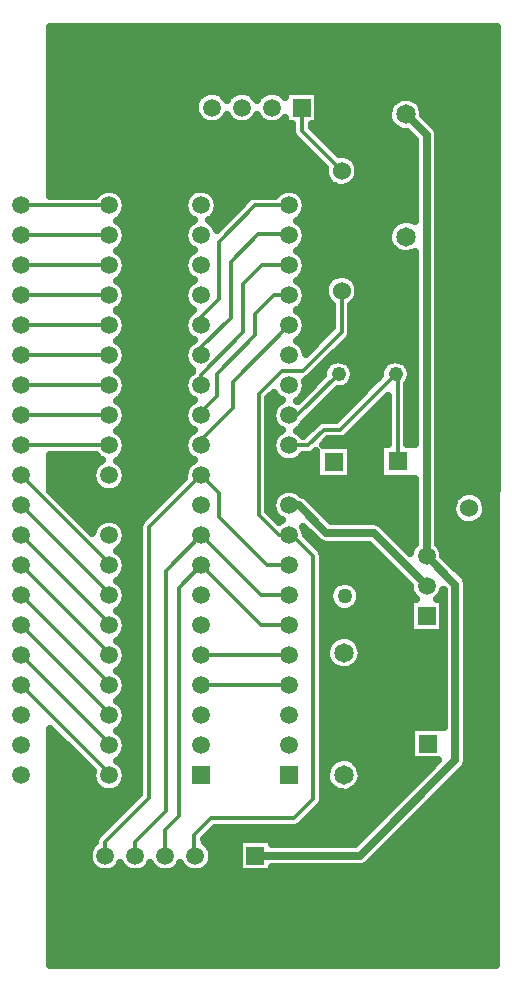
<source format=gtl>
G04 DipTrace 2.3.1.0*
%INLA30KBD.GTL*%
%MOMM*%
%ADD13C,0.33*%
%ADD14C,0.635*%
%ADD15R,1.5X1.5*%
%ADD16C,1.5*%
%ADD17C,1.219*%
%ADD18C,1.65*%
%ADD19C,1.27*%
%ADD20R,1.27X1.27*%
%ADD21R,1.6X1.6*%
%ADD22C,1.6*%
%ADD23C,1.524*%
%ADD24C,1.524*%
%FSLAX53Y53*%
G04*
G71*
G90*
G75*
G01*
%LNTop*%
%LPD*%
X34452Y37370D2*
D13*
X27001D1*
X27000Y37371D1*
X34452Y39910D2*
X27001D1*
X27000Y39911D1*
X34452Y42450D2*
X32081D1*
X27000Y47531D1*
X23978Y22970D2*
Y25125D1*
X25133Y26280D1*
Y45664D1*
X27000Y47531D1*
X34452Y44990D2*
X32081D1*
X27000Y50071D1*
X21438Y22970D2*
Y24146D1*
X24027Y26736D1*
Y47099D1*
X27000Y50071D1*
X34452Y47530D2*
X32565D1*
X28498Y51597D1*
Y53653D1*
X27000Y55151D1*
X18898Y22970D2*
Y24141D1*
X22597Y27841D1*
Y50748D1*
X27000Y55151D1*
X11760Y78011D2*
X19210D1*
X19212Y78010D1*
X11760Y75471D2*
X19210D1*
X19212Y75470D1*
X11760Y72931D2*
X19210D1*
X19212Y72930D1*
X11760Y70391D2*
X19210D1*
X19212Y70390D1*
X11760Y67851D2*
X19210D1*
X19212Y67850D1*
X11760Y65311D2*
X19210D1*
X19212Y65310D1*
X11760Y62771D2*
X19210D1*
X19212Y62770D1*
Y44990D2*
Y45160D1*
X11760Y52611D1*
X19212Y42450D2*
Y42620D1*
X11760Y50071D1*
X19212Y39910D2*
Y40080D1*
X11760Y47531D1*
X19212Y37370D2*
Y37540D1*
X11760Y44991D1*
X19212Y34830D2*
Y35000D1*
X11760Y42451D1*
X19212Y32290D2*
Y32460D1*
X11760Y39911D1*
X19212Y47530D2*
Y47700D1*
X11760Y55151D1*
Y57691D2*
X19210D1*
X19212Y57690D1*
X11760Y60231D2*
X19210D1*
X19212Y60230D1*
X27000Y67851D2*
Y68599D1*
X28498Y70098D1*
Y74931D1*
X31582Y78015D1*
X34447D1*
X34452Y78010D1*
X27000Y65311D2*
Y66016D1*
X29499Y68514D1*
Y73265D1*
X31832Y75598D1*
X34324D1*
X34452Y75470D1*
X27000Y62771D2*
Y63682D1*
X30582Y67264D1*
Y71348D1*
X32165Y72931D1*
X34451D1*
X34452Y72930D1*
X27000Y60231D2*
Y60516D1*
X28332Y61847D1*
Y63764D1*
X31582Y67014D1*
Y68848D1*
X33165Y70431D1*
X34411D1*
X34452Y70390D1*
X27000Y57691D2*
Y58182D1*
X29665Y60847D1*
Y63064D1*
X34452Y67850D1*
X19212Y29750D2*
Y29920D1*
X11760Y37371D1*
X34452Y60230D2*
X35153D1*
X38642Y63719D1*
X34452Y57690D2*
X36048D1*
X37394Y59037D1*
X38785D1*
X43468Y63719D1*
X43635Y56358D2*
Y63552D1*
X43468Y63719D1*
X34452Y55150D2*
X36819D1*
X38224Y53745D1*
X43562D1*
X43635Y53818D1*
X29058Y22970D2*
Y24548D1*
X29554Y25045D1*
X38592D1*
X43924Y30377D1*
Y32680D1*
X46234Y34990D1*
X34452Y52610D2*
D14*
X35273D1*
X37604Y50280D1*
X41607D1*
X46088Y45799D1*
X34452Y50070D2*
D13*
X34729D1*
X36447Y48353D1*
Y27741D1*
X34886Y26180D1*
X27864D1*
X26433Y24750D1*
Y23054D1*
X26518Y22970D1*
X34452Y50070D2*
X33578D1*
X31870Y51778D1*
Y62057D1*
X33849Y64037D1*
X35601D1*
X38893Y67330D1*
Y70772D1*
X31598Y22970D2*
D14*
X40419D1*
X48522Y31072D1*
Y45905D1*
X46088Y48339D1*
Y83976D1*
X44339Y85725D1*
X35518Y86296D2*
D13*
Y84307D1*
X38893Y80932D1*
X14294Y92491D2*
D14*
X51959D1*
X14294Y91859D2*
X51959D1*
X14294Y91228D2*
X51959D1*
X14294Y90596D2*
X51959D1*
X14294Y89964D2*
X51959D1*
X14294Y89333D2*
X51959D1*
X14294Y88701D2*
X51959D1*
X14294Y88069D2*
X51959D1*
X14294Y87438D2*
X26986D1*
X28810D2*
X29526D1*
X31350D2*
X32066D1*
X37005D2*
X51959D1*
X14294Y86806D2*
X26510D1*
X37005D2*
X43238D1*
X45439D2*
X51959D1*
X14294Y86174D2*
X26420D1*
X37005D2*
X42851D1*
X45836D2*
X51959D1*
X14294Y85543D2*
X26629D1*
X37005D2*
X42792D1*
X45984D2*
X51959D1*
X14294Y84911D2*
X27512D1*
X28284D2*
X30052D1*
X30824D2*
X32592D1*
X33364D2*
X34031D1*
X37005D2*
X43020D1*
X46619D2*
X51959D1*
X14294Y84279D2*
X34616D1*
X36797D2*
X43883D1*
X47096D2*
X51959D1*
X14294Y83648D2*
X34933D1*
X37422D2*
X44955D1*
X47145D2*
X51959D1*
X14294Y83016D2*
X35559D1*
X38057D2*
X45034D1*
X47145D2*
X51959D1*
X14294Y82384D2*
X36194D1*
X38692D2*
X45034D1*
X47145D2*
X51959D1*
X14294Y81753D2*
X36829D1*
X40131D2*
X45034D1*
X47145D2*
X51949D1*
X14294Y81121D2*
X37404D1*
X40379D2*
X45034D1*
X47145D2*
X51949D1*
X14294Y80489D2*
X37464D1*
X40319D2*
X45034D1*
X47145D2*
X51949D1*
X14294Y79858D2*
X37880D1*
X39912D2*
X45034D1*
X47145D2*
X51949D1*
X14294Y79226D2*
X18414D1*
X20019D2*
X26192D1*
X27808D2*
X33654D1*
X35259D2*
X45034D1*
X47145D2*
X51949D1*
X20575Y78594D2*
X25637D1*
X28363D2*
X30915D1*
X35815D2*
X45034D1*
X47145D2*
X51949D1*
X20694Y77963D2*
X25518D1*
X28482D2*
X30280D1*
X35934D2*
X45034D1*
X47145D2*
X51949D1*
X20525Y77331D2*
X25686D1*
X28314D2*
X29645D1*
X35765D2*
X45034D1*
X47145D2*
X51949D1*
X19989Y76699D2*
X26222D1*
X27778D2*
X29020D1*
X35229D2*
X43575D1*
X47145D2*
X51949D1*
X20565Y76068D2*
X25647D1*
X35805D2*
X42950D1*
X47145D2*
X51949D1*
X20694Y75436D2*
X25518D1*
X35934D2*
X42782D1*
X47145D2*
X51949D1*
X20535Y74804D2*
X25676D1*
X35775D2*
X42891D1*
X47145D2*
X51949D1*
X19969Y74173D2*
X26242D1*
X35209D2*
X43387D1*
X47145D2*
X51949D1*
X20565Y73541D2*
X25647D1*
X35805D2*
X45034D1*
X47145D2*
X51949D1*
X20694Y72909D2*
X25518D1*
X35934D2*
X45034D1*
X47145D2*
X51949D1*
X20535Y72278D2*
X25676D1*
X35775D2*
X45034D1*
X47145D2*
X51949D1*
X19940Y71646D2*
X26262D1*
X35180D2*
X37692D1*
X40091D2*
X45034D1*
X47145D2*
X51949D1*
X20555Y71014D2*
X25656D1*
X35795D2*
X37414D1*
X40369D2*
X45034D1*
X47145D2*
X51949D1*
X20694Y70383D2*
X25518D1*
X35934D2*
X37454D1*
X40339D2*
X45034D1*
X47145D2*
X51949D1*
X20545Y69751D2*
X25666D1*
X35785D2*
X37821D1*
X39962D2*
X45034D1*
X47145D2*
X51949D1*
X19920Y69119D2*
X26282D1*
X35160D2*
X37989D1*
X39793D2*
X45034D1*
X47145D2*
X51949D1*
X20545Y68488D2*
X25666D1*
X35785D2*
X37989D1*
X39793D2*
X45034D1*
X47145D2*
X51949D1*
X20694Y67856D2*
X25518D1*
X35934D2*
X37989D1*
X39793D2*
X45034D1*
X47145D2*
X51949D1*
X20555Y67224D2*
X25656D1*
X35795D2*
X37543D1*
X39783D2*
X45034D1*
X47145D2*
X51949D1*
X19940Y66593D2*
X26272D1*
X35180D2*
X36908D1*
X39406D2*
X45034D1*
X47145D2*
X51949D1*
X20545Y65961D2*
X25666D1*
X35785D2*
X36273D1*
X38771D2*
X45034D1*
X47145D2*
X51949D1*
X20694Y65329D2*
X25518D1*
X38136D2*
X45034D1*
X47145D2*
X51949D1*
X20555Y64698D2*
X25656D1*
X39535D2*
X42573D1*
X44357D2*
X45034D1*
X47145D2*
X51949D1*
X19969Y64066D2*
X26192D1*
X36876D2*
X37344D1*
X39942D2*
X42166D1*
X47145D2*
X51949D1*
X20535Y63434D2*
X25676D1*
X36241D2*
X37106D1*
X39952D2*
X41938D1*
X47145D2*
X51949D1*
X20694Y62803D2*
X25518D1*
X35934D2*
X36481D1*
X39605D2*
X41303D1*
X44536D2*
X45034D1*
X47145D2*
X51949D1*
X20565Y62171D2*
X25647D1*
X38345D2*
X40668D1*
X44536D2*
X45034D1*
X47145D2*
X51949D1*
X19989Y61539D2*
X26222D1*
X32768D2*
X33673D1*
X37710D2*
X40043D1*
X44536D2*
X45034D1*
X47145D2*
X51949D1*
X20525Y60908D2*
X25686D1*
X32768D2*
X33132D1*
X37075D2*
X39408D1*
X41907D2*
X42732D1*
X44536D2*
X45034D1*
X47145D2*
X51949D1*
X20694Y60276D2*
X25518D1*
X36450D2*
X38773D1*
X41272D2*
X42732D1*
X44536D2*
X45034D1*
X47145D2*
X51949D1*
X20575Y59644D2*
X25637D1*
X32768D2*
X33096D1*
X35815D2*
X36749D1*
X40637D2*
X42732D1*
X44536D2*
X45034D1*
X47145D2*
X51949D1*
X20009Y59013D2*
X26202D1*
X32768D2*
X33654D1*
X35249D2*
X36124D1*
X40011D2*
X42732D1*
X44536D2*
X45034D1*
X47145D2*
X51949D1*
X20515Y58381D2*
X25696D1*
X32768D2*
X33150D1*
X39367D2*
X42732D1*
X44536D2*
X45034D1*
X47145D2*
X51949D1*
X20694Y57749D2*
X25518D1*
X39763D2*
X42097D1*
X47145D2*
X51949D1*
X20575Y57118D2*
X25637D1*
X39763D2*
X42097D1*
X47145D2*
X51949D1*
X14294Y56486D2*
X18394D1*
X20029D2*
X26182D1*
X32768D2*
X33634D1*
X35269D2*
X36690D1*
X39763D2*
X42097D1*
X47145D2*
X51949D1*
X14294Y55854D2*
X17908D1*
X20515D2*
X25696D1*
X32768D2*
X36690D1*
X39763D2*
X42097D1*
X47145D2*
X51949D1*
X14294Y55223D2*
X17729D1*
X20694D2*
X25518D1*
X32768D2*
X36690D1*
X39763D2*
X42097D1*
X47145D2*
X51949D1*
X14294Y54591D2*
X17838D1*
X20584D2*
X25190D1*
X32768D2*
X45034D1*
X47145D2*
X51949D1*
X14294Y53959D2*
X18374D1*
X20059D2*
X24555D1*
X32768D2*
X33931D1*
X34971D2*
X45034D1*
X47145D2*
X51949D1*
X14830Y53328D2*
X23930D1*
X32768D2*
X33167D1*
X36023D2*
X45034D1*
X47145D2*
X48566D1*
X50846D2*
X51949D1*
X15465Y52696D2*
X23295D1*
X36648D2*
X45034D1*
X47145D2*
X48249D1*
X51174D2*
X51949D1*
X16100Y52064D2*
X22660D1*
X37283D2*
X45034D1*
X47145D2*
X48249D1*
X51174D2*
X51949D1*
X16725Y51433D2*
X18741D1*
X19682D2*
X22035D1*
X37918D2*
X45034D1*
X47145D2*
X48566D1*
X50846D2*
X51949D1*
X17360Y50801D2*
X17927D1*
X20495D2*
X21698D1*
X42551D2*
X45034D1*
X47145D2*
X51949D1*
X20694Y50169D2*
X21698D1*
X43186D2*
X45034D1*
X47145D2*
X51949D1*
X20594Y49538D2*
X21698D1*
X36509D2*
X36888D1*
X43812D2*
X45034D1*
X47145D2*
X51949D1*
X20088Y48906D2*
X21698D1*
X37144D2*
X41522D1*
X47453D2*
X51949D1*
X20485Y48274D2*
X21698D1*
X37352D2*
X42147D1*
X47622D2*
X51949D1*
X20694Y47643D2*
X21698D1*
X37352D2*
X42782D1*
X48247D2*
X51949D1*
X20604Y47011D2*
X21698D1*
X37352D2*
X43417D1*
X48882D2*
X51949D1*
X20108Y46379D2*
X21698D1*
X37352D2*
X44042D1*
X49457D2*
X51949D1*
X20475Y45748D2*
X21698D1*
X37352D2*
X38089D1*
X40240D2*
X44597D1*
X49576D2*
X51949D1*
X20694Y45116D2*
X21698D1*
X37352D2*
X37811D1*
X40517D2*
X44776D1*
X49576D2*
X51949D1*
X20604Y44484D2*
X21698D1*
X37352D2*
X37870D1*
X40458D2*
X44597D1*
X49576D2*
X51949D1*
X20128Y43853D2*
X21698D1*
X37352D2*
X38347D1*
X39982D2*
X44597D1*
X49576D2*
X51949D1*
X20475Y43221D2*
X21698D1*
X37352D2*
X44597D1*
X49576D2*
X51949D1*
X20694Y42589D2*
X21698D1*
X37352D2*
X44597D1*
X49576D2*
X51949D1*
X20614Y41958D2*
X21698D1*
X37352D2*
X44597D1*
X49576D2*
X51940D1*
X20148Y41326D2*
X21698D1*
X37352D2*
X38099D1*
X40071D2*
X47465D1*
X49576D2*
X51940D1*
X20465Y40694D2*
X21698D1*
X40547D2*
X47465D1*
X49576D2*
X51940D1*
X20694Y40063D2*
X21698D1*
X40646D2*
X47465D1*
X49576D2*
X51940D1*
X20614Y39431D2*
X21698D1*
X37352D2*
X37712D1*
X40468D2*
X47465D1*
X49576D2*
X51940D1*
X20168Y38799D2*
X21698D1*
X37352D2*
X38366D1*
X39803D2*
X47465D1*
X49576D2*
X51940D1*
X20455Y38168D2*
X21698D1*
X37352D2*
X47465D1*
X49576D2*
X51940D1*
X20684Y37536D2*
X21698D1*
X37352D2*
X47465D1*
X49576D2*
X51940D1*
X20624Y36904D2*
X21698D1*
X37352D2*
X47465D1*
X49576D2*
X51940D1*
X20178Y36273D2*
X21698D1*
X37352D2*
X47465D1*
X49576D2*
X51940D1*
X20446Y35641D2*
X21698D1*
X37352D2*
X47465D1*
X49576D2*
X51940D1*
X20684Y35009D2*
X21698D1*
X37352D2*
X47465D1*
X49576D2*
X51940D1*
X20624Y34378D2*
X21698D1*
X37352D2*
X47465D1*
X49576D2*
X51940D1*
X20197Y33746D2*
X21698D1*
X37352D2*
X44746D1*
X49576D2*
X51940D1*
X14294Y33114D2*
X14767D1*
X20436D2*
X21698D1*
X37352D2*
X44746D1*
X49576D2*
X51940D1*
X14294Y32483D2*
X15397D1*
X20684D2*
X21698D1*
X37352D2*
X44746D1*
X49576D2*
X51940D1*
X14294Y31851D2*
X16032D1*
X20624D2*
X21698D1*
X37352D2*
X44746D1*
X49576D2*
X51940D1*
X14294Y31219D2*
X16667D1*
X20207D2*
X21698D1*
X37352D2*
X38555D1*
X39615D2*
X44746D1*
X49576D2*
X51940D1*
X14294Y30588D2*
X17292D1*
X20426D2*
X21698D1*
X37352D2*
X37751D1*
X40418D2*
X46572D1*
X49447D2*
X51940D1*
X14294Y29956D2*
X17739D1*
X20684D2*
X21698D1*
X40637D2*
X45937D1*
X48872D2*
X51940D1*
X14294Y29324D2*
X17788D1*
X20634D2*
X21698D1*
X40577D2*
X45312D1*
X48237D2*
X51940D1*
X14294Y28693D2*
X18195D1*
X20227D2*
X21698D1*
X37352D2*
X38009D1*
X40160D2*
X44677D1*
X47602D2*
X51940D1*
X14294Y28061D2*
X21569D1*
X37352D2*
X44042D1*
X46977D2*
X51940D1*
X14294Y27429D2*
X20934D1*
X37293D2*
X43417D1*
X46342D2*
X51940D1*
X14294Y26798D2*
X20309D1*
X36747D2*
X42782D1*
X45707D2*
X51940D1*
X14294Y26166D2*
X19674D1*
X36122D2*
X42147D1*
X45082D2*
X51940D1*
X14294Y25534D2*
X19039D1*
X35487D2*
X41522D1*
X44447D2*
X51940D1*
X14294Y24903D2*
X18414D1*
X27837D2*
X40887D1*
X43812D2*
X51940D1*
X14294Y24271D2*
X18007D1*
X27331D2*
X30111D1*
X33086D2*
X40252D1*
X43186D2*
X51940D1*
X14294Y23639D2*
X17580D1*
X27837D2*
X30111D1*
X42551D2*
X51940D1*
X14294Y23008D2*
X17411D1*
X28006D2*
X30111D1*
X41916D2*
X51940D1*
X14294Y22376D2*
X17540D1*
X27877D2*
X30111D1*
X41291D2*
X51940D1*
X14294Y21744D2*
X18116D1*
X19682D2*
X20656D1*
X22222D2*
X23196D1*
X24762D2*
X25736D1*
X27302D2*
X30111D1*
X33086D2*
X51940D1*
X14294Y21113D2*
X51940D1*
X14294Y20481D2*
X51940D1*
X14294Y19849D2*
X51940D1*
X14294Y19218D2*
X51940D1*
X14294Y18586D2*
X51940D1*
X14294Y17954D2*
X51940D1*
X14294Y17323D2*
X51940D1*
X14294Y16691D2*
X51940D1*
X14294Y16059D2*
X51940D1*
X14294Y15428D2*
X51940D1*
X14294Y14796D2*
X51940D1*
X14294Y14164D2*
X51940D1*
X30492Y24393D2*
X33021D1*
Y23966D1*
X37630Y23960D1*
X40001D1*
X45780Y29732D1*
X47078Y31030D1*
X44811Y31027D1*
Y33873D1*
X47533D1*
X47531Y45489D1*
X47475Y45484D1*
X47371Y45185D1*
X47204Y44916D1*
X46972Y44686D1*
X47511Y44682D1*
Y41836D1*
X44664D1*
Y44682D1*
X45210D1*
X44988Y44896D1*
X44815Y45162D1*
X44706Y45459D1*
X44669Y45823D1*
X41199Y49287D1*
X37604Y49289D1*
X37292Y49339D1*
X37005Y49493D1*
X36903Y49579D1*
X35662Y50821D1*
X35827Y50435D1*
X35874Y50110D1*
X37039Y48945D1*
X37217Y48684D1*
X37285Y48353D1*
Y27741D1*
X37225Y27431D1*
X37039Y27148D1*
X35479Y25588D1*
X35218Y25410D1*
X34886Y25342D1*
X28209D1*
X27271Y24402D1*
X27370Y24109D1*
X27601Y23892D1*
X27778Y23630D1*
X27893Y23335D1*
X27941Y22970D1*
X27905Y22655D1*
X27801Y22355D1*
X27634Y22087D1*
X27411Y21862D1*
X27143Y21691D1*
X26845Y21585D1*
X26531Y21547D1*
X26215Y21579D1*
X25915Y21680D1*
X25645Y21846D1*
X25418Y22067D1*
X25251Y22324D1*
X25094Y22087D1*
X24871Y21862D1*
X24603Y21691D1*
X24305Y21585D1*
X23991Y21547D1*
X23675Y21579D1*
X23375Y21680D1*
X23105Y21846D1*
X22878Y22067D1*
X22711Y22324D1*
X22554Y22087D1*
X22331Y21862D1*
X22063Y21691D1*
X21765Y21585D1*
X21451Y21547D1*
X21135Y21579D1*
X20835Y21680D1*
X20565Y21846D1*
X20338Y22067D1*
X20171Y22324D1*
X20014Y22087D1*
X19791Y21862D1*
X19523Y21691D1*
X19225Y21585D1*
X18911Y21547D1*
X18595Y21579D1*
X18295Y21680D1*
X18025Y21846D1*
X17798Y22067D1*
X17625Y22332D1*
X17516Y22630D1*
X17475Y22944D1*
X17504Y23259D1*
X17603Y23560D1*
X17766Y23832D1*
X18059Y24110D1*
X18119Y24451D1*
X18305Y24734D1*
X21764Y28193D1*
X21759Y39588D1*
Y50748D1*
X21818Y51058D1*
X22004Y51341D1*
X25589Y54926D1*
X25577Y55126D1*
X25607Y55441D1*
X25706Y55742D1*
X25868Y56014D1*
X26087Y56243D1*
X26361Y56421D1*
X26127Y56567D1*
X25900Y56788D1*
X25728Y57054D1*
X25618Y57351D1*
X25577Y57666D1*
X25607Y57981D1*
X25706Y58282D1*
X25868Y58554D1*
X26087Y58783D1*
X26361Y58961D1*
X26127Y59107D1*
X25900Y59328D1*
X25728Y59594D1*
X25618Y59891D1*
X25577Y60206D1*
X25607Y60521D1*
X25706Y60822D1*
X25868Y61094D1*
X26087Y61323D1*
X26361Y61501D1*
X26127Y61647D1*
X25900Y61868D1*
X25728Y62134D1*
X25618Y62431D1*
X25577Y62746D1*
X25607Y63061D1*
X25706Y63362D1*
X25868Y63634D1*
X26087Y63863D1*
X26211Y63945D1*
X26227Y64001D1*
X26127Y64187D1*
X25900Y64408D1*
X25728Y64674D1*
X25618Y64971D1*
X25577Y65286D1*
X25607Y65601D1*
X25706Y65902D1*
X25868Y66174D1*
X26087Y66403D1*
X26361Y66581D1*
X26127Y66727D1*
X25900Y66948D1*
X25728Y67214D1*
X25618Y67511D1*
X25577Y67826D1*
X25607Y68141D1*
X25706Y68442D1*
X25868Y68714D1*
X26087Y68943D1*
X26348Y69125D1*
X26127Y69267D1*
X25900Y69488D1*
X25728Y69754D1*
X25618Y70051D1*
X25577Y70366D1*
X25607Y70681D1*
X25706Y70982D1*
X25868Y71254D1*
X26087Y71483D1*
X26361Y71661D1*
X26127Y71807D1*
X25900Y72028D1*
X25728Y72294D1*
X25618Y72591D1*
X25577Y72906D1*
X25607Y73221D1*
X25706Y73522D1*
X25868Y73794D1*
X26087Y74023D1*
X26361Y74201D1*
X26127Y74347D1*
X25900Y74568D1*
X25728Y74834D1*
X25618Y75131D1*
X25577Y75446D1*
X25607Y75761D1*
X25706Y76062D1*
X25868Y76334D1*
X26087Y76563D1*
X26361Y76741D1*
X26127Y76887D1*
X25900Y77108D1*
X25728Y77374D1*
X25618Y77671D1*
X25577Y77986D1*
X25607Y78301D1*
X25706Y78602D1*
X25868Y78874D1*
X26087Y79103D1*
X26351Y79278D1*
X26648Y79390D1*
X26962Y79434D1*
X27277Y79407D1*
X27579Y79311D1*
X27852Y79151D1*
X28084Y78934D1*
X28261Y78672D1*
X28376Y78376D1*
X28423Y78011D1*
X28388Y77696D1*
X28284Y77397D1*
X28116Y77128D1*
X27893Y76903D1*
X27634Y76739D1*
X27852Y76611D1*
X28084Y76394D1*
X28261Y76132D1*
X28329Y75956D1*
X29702Y77320D1*
X30989Y78607D1*
X31251Y78785D1*
X31582Y78853D1*
X33298D1*
X33539Y79102D1*
X33803Y79277D1*
X34099Y79389D1*
X34413Y79433D1*
X34729Y79406D1*
X35031Y79310D1*
X35304Y79150D1*
X35535Y78933D1*
X35712Y78670D1*
X35827Y78375D1*
X35875Y78010D1*
X35840Y77695D1*
X35735Y77396D1*
X35568Y77127D1*
X35345Y76902D1*
X35086Y76737D1*
X35304Y76610D1*
X35535Y76393D1*
X35712Y76130D1*
X35827Y75835D1*
X35875Y75470D1*
X35840Y75155D1*
X35735Y74856D1*
X35568Y74587D1*
X35345Y74362D1*
X35086Y74197D1*
X35304Y74070D1*
X35535Y73853D1*
X35712Y73590D1*
X35827Y73295D1*
X35875Y72930D1*
X35840Y72615D1*
X35735Y72316D1*
X35568Y72047D1*
X35345Y71822D1*
X35086Y71657D1*
X35304Y71530D1*
X35535Y71313D1*
X35712Y71050D1*
X35827Y70755D1*
X35875Y70390D1*
X35840Y70075D1*
X35735Y69776D1*
X35568Y69507D1*
X35345Y69282D1*
X35086Y69117D1*
X35304Y68990D1*
X35535Y68773D1*
X35712Y68510D1*
X35827Y68215D1*
X35875Y67850D1*
X35840Y67535D1*
X35735Y67236D1*
X35568Y66967D1*
X35345Y66742D1*
X35086Y66577D1*
X35304Y66450D1*
X35535Y66233D1*
X35712Y65970D1*
X35827Y65675D1*
X35858Y65469D1*
X37253Y66875D1*
X38060Y67682D1*
X38055Y69602D1*
X37803Y69838D1*
X37625Y70100D1*
X37509Y70395D1*
X37460Y70708D1*
X37481Y71024D1*
X37571Y71328D1*
X37725Y71605D1*
X37936Y71841D1*
X38194Y72025D1*
X38486Y72148D1*
X38798Y72204D1*
X39115Y72190D1*
X39421Y72106D1*
X39701Y71958D1*
X39941Y71752D1*
X40131Y71498D1*
X40260Y71209D1*
X40329Y70772D1*
X40294Y70457D1*
X40190Y70157D1*
X40024Y69888D1*
X39728Y69613D1*
X39732Y67330D1*
X39672Y67020D1*
X39486Y66738D1*
X36193Y63445D1*
X35922Y63265D1*
X35985Y63295D1*
X35827Y63135D1*
X35875Y62770D1*
X35840Y62455D1*
X35735Y62156D1*
X35568Y61887D1*
X35345Y61662D1*
X35086Y61497D1*
X35234Y61496D1*
X37360Y63622D1*
X37363Y63816D1*
X37426Y64127D1*
X37563Y64412D1*
X37765Y64655D1*
X38022Y64842D1*
X38316Y64959D1*
X38630Y65001D1*
X38944Y64965D1*
X39240Y64853D1*
X39500Y64672D1*
X39707Y64432D1*
X39850Y64150D1*
X39924Y63719D1*
X39885Y63404D1*
X39770Y63109D1*
X39587Y62851D1*
X39345Y62646D1*
X39061Y62507D1*
X38751Y62441D1*
X38563Y62448D1*
X35737Y59632D1*
X35568Y59347D1*
X35345Y59122D1*
X35086Y58957D1*
X35304Y58830D1*
X35535Y58613D1*
X35596Y58523D1*
X35904Y58732D1*
X36802Y59629D1*
X37063Y59806D1*
X37394Y59875D1*
X38436D1*
X42185Y63621D1*
X42189Y63816D1*
X42252Y64127D1*
X42389Y64412D1*
X42591Y64655D1*
X42848Y64842D1*
X43142Y64959D1*
X43456Y65001D1*
X43770Y64965D1*
X44066Y64853D1*
X44326Y64672D1*
X44533Y64432D1*
X44676Y64150D1*
X44750Y63719D1*
X44711Y63404D1*
X44596Y63109D1*
X44473Y62917D1*
Y57827D1*
X45100Y57831D1*
X45097Y74087D1*
X44780Y73944D1*
X44469Y73883D1*
X44153Y73889D1*
X43844Y73961D1*
X43558Y74097D1*
X43306Y74290D1*
X43101Y74531D1*
X42951Y74811D1*
X42864Y75115D1*
X42842Y75431D1*
X42887Y75745D1*
X42997Y76042D1*
X43168Y76309D1*
X43390Y76535D1*
X43656Y76708D1*
X43951Y76822D1*
X44264Y76871D1*
X44581Y76854D1*
X44886Y76770D1*
X45106Y76655D1*
X45097Y78819D1*
Y83572D1*
X44426Y84237D1*
X44153Y84239D1*
X43844Y84311D1*
X43558Y84447D1*
X43306Y84640D1*
X43101Y84881D1*
X42951Y85161D1*
X42864Y85465D1*
X42842Y85781D1*
X42887Y86095D1*
X42997Y86392D1*
X43168Y86659D1*
X43390Y86885D1*
X43656Y87058D1*
X43951Y87172D1*
X44264Y87221D1*
X44581Y87204D1*
X44886Y87120D1*
X45167Y86973D1*
X45411Y86771D1*
X45607Y86522D1*
X45747Y86237D1*
X45823Y85930D1*
X45828Y85637D1*
X46788Y84677D1*
X46973Y84421D1*
X47068Y84109D1*
X47078Y83976D1*
Y49359D1*
X47171Y49262D1*
X47348Y49000D1*
X47463Y48704D1*
X47507Y48310D1*
X49222Y46606D1*
X49407Y46349D1*
X49502Y46038D1*
X49512Y45905D1*
Y31072D1*
X49462Y30760D1*
X49308Y30473D1*
X49222Y30372D1*
X41120Y22269D1*
X40863Y22084D1*
X40552Y21989D1*
X40419Y21979D1*
X33027D1*
X33021Y21546D1*
X30174D1*
Y24393D1*
X30492D1*
X34413Y87719D2*
X36941D1*
Y84873D1*
X36356D1*
Y84659D1*
X38658Y82353D1*
X39115Y82350D1*
X39421Y82266D1*
X39701Y82118D1*
X39941Y81912D1*
X40131Y81658D1*
X40260Y81369D1*
X40329Y80932D1*
X40294Y80617D1*
X40190Y80317D1*
X40024Y80048D1*
X39802Y79821D1*
X39537Y79649D1*
X39239Y79539D1*
X38925Y79497D1*
X38610Y79525D1*
X38308Y79622D1*
X38035Y79782D1*
X37803Y79998D1*
X37625Y80260D1*
X37509Y80555D1*
X37460Y80868D1*
X37479Y81155D1*
X34926Y83714D1*
X34748Y83976D1*
X34680Y84307D1*
Y84873D1*
X34095D1*
X34094Y85413D1*
X33871Y85188D1*
X33604Y85018D1*
X33306Y84911D1*
X32991Y84873D1*
X32676Y84905D1*
X32376Y85007D1*
X32105Y85172D1*
X31878Y85393D1*
X31711Y85650D1*
X31554Y85413D1*
X31331Y85188D1*
X31064Y85018D1*
X30766Y84911D1*
X30451Y84873D1*
X30136Y84905D1*
X29836Y85007D1*
X29565Y85172D1*
X29338Y85393D1*
X29171Y85650D1*
X29014Y85413D1*
X28791Y85188D1*
X28524Y85018D1*
X28226Y84911D1*
X27911Y84873D1*
X27596Y84905D1*
X27296Y85007D1*
X27025Y85172D1*
X26798Y85393D1*
X26626Y85659D1*
X26516Y85956D1*
X26475Y86270D1*
X26505Y86586D1*
X26603Y86887D1*
X26766Y87159D1*
X26985Y87388D1*
X27249Y87563D1*
X27546Y87675D1*
X27859Y87719D1*
X28175Y87692D1*
X28477Y87596D1*
X28750Y87436D1*
X28981Y87219D1*
X29170Y86929D1*
X29306Y87159D1*
X29525Y87388D1*
X29789Y87563D1*
X30086Y87675D1*
X30399Y87719D1*
X30715Y87692D1*
X31017Y87596D1*
X31290Y87436D1*
X31521Y87219D1*
X31710Y86929D1*
X31846Y87159D1*
X32065Y87388D1*
X32329Y87563D1*
X32626Y87675D1*
X32939Y87719D1*
X33255Y87692D1*
X33557Y87596D1*
X33830Y87436D1*
X34100Y87161D1*
X34095Y87719D1*
X34413D1*
X44692Y48599D2*
X44793Y48930D1*
X44956Y49202D1*
X45099Y49352D1*
X45097Y54878D1*
X42162Y54885D1*
Y57831D1*
X42807D1*
X42797Y58898D1*
Y61864D1*
X39378Y58444D1*
X39117Y58267D1*
X38785Y58198D1*
X37744D1*
X37306Y57763D1*
X39697Y57758D1*
Y54812D1*
X36751D1*
Y57203D1*
X36640Y57098D1*
X36379Y56920D1*
X36048Y56852D1*
X35601D1*
X35345Y56582D1*
X35077Y56412D1*
X34779Y56305D1*
X34465Y56267D1*
X34149Y56300D1*
X33849Y56401D1*
X33579Y56566D1*
X33352Y56787D1*
X33179Y57053D1*
X33070Y57350D1*
X33029Y57664D1*
X33058Y57980D1*
X33157Y58281D1*
X33320Y58553D1*
X33539Y58782D1*
X33812Y58960D1*
X33579Y59106D1*
X33352Y59327D1*
X33179Y59593D1*
X33070Y59890D1*
X33029Y60204D1*
X33058Y60520D1*
X33157Y60821D1*
X33320Y61093D1*
X33539Y61322D1*
X33812Y61500D1*
X33579Y61646D1*
X33352Y61867D1*
X33169Y62161D1*
X32709Y61712D1*
X32708Y52126D1*
X33620Y51213D1*
X33812Y51340D1*
X33579Y51486D1*
X33352Y51707D1*
X33179Y51973D1*
X33070Y52270D1*
X33029Y52584D1*
X33058Y52900D1*
X33157Y53201D1*
X33320Y53473D1*
X33539Y53702D1*
X33803Y53877D1*
X34099Y53989D1*
X34413Y54033D1*
X34729Y54006D1*
X35031Y53910D1*
X35304Y53750D1*
X35485Y53580D1*
X35866Y53404D1*
X35773Y53466D1*
X35974Y53311D1*
X38015Y51269D1*
X41607Y51270D1*
X41919Y51220D1*
X42207Y51066D1*
X42308Y50980D1*
X44686Y48602D1*
X40551Y29480D2*
X40452Y29179D1*
X40292Y28905D1*
X40078Y28672D1*
X39820Y28488D1*
X39528Y28363D1*
X39217Y28303D1*
X38900Y28309D1*
X38592Y28381D1*
X38306Y28517D1*
X38054Y28710D1*
X37849Y28951D1*
X37699Y29230D1*
X37611Y29535D1*
X37590Y29851D1*
X37635Y30165D1*
X37745Y30462D1*
X37916Y30729D1*
X38138Y30955D1*
X38403Y31128D1*
X38699Y31242D1*
X39012Y31291D1*
X39329Y31273D1*
X39634Y31190D1*
X39915Y31043D1*
X40159Y30841D1*
X40355Y30592D1*
X40495Y30307D1*
X40571Y30000D1*
X40585Y29795D1*
X40551Y29480D1*
Y39830D2*
X40452Y39529D1*
X40292Y39255D1*
X40078Y39022D1*
X39820Y38838D1*
X39528Y38713D1*
X39217Y38653D1*
X38900Y38659D1*
X38592Y38731D1*
X38306Y38867D1*
X38054Y39060D1*
X37849Y39301D1*
X37699Y39580D1*
X37611Y39885D1*
X37590Y40201D1*
X37635Y40515D1*
X37745Y40812D1*
X37916Y41079D1*
X38138Y41305D1*
X38403Y41478D1*
X38699Y41592D1*
X39012Y41641D1*
X39329Y41623D1*
X39634Y41540D1*
X39915Y41393D1*
X40159Y41191D1*
X40355Y40942D1*
X40495Y40657D1*
X40571Y40350D1*
X40585Y40145D1*
X40551Y39830D1*
X40432Y44606D2*
X40320Y44310D1*
X40139Y44050D1*
X39901Y43841D1*
X39620Y43695D1*
X39312Y43621D1*
X38995Y43623D1*
X38688Y43702D1*
X38409Y43851D1*
X38174Y44064D1*
X37997Y44326D1*
X37889Y44624D1*
X37855Y44939D1*
X37897Y45253D1*
X38014Y45547D1*
X38198Y45805D1*
X38439Y46010D1*
X38722Y46152D1*
X39031Y46222D1*
X39348Y46216D1*
X39653Y46133D1*
X39930Y45980D1*
X40162Y45764D1*
X40336Y45499D1*
X40440Y45200D1*
X40471Y44921D1*
X40432Y44606D1*
X51108Y52068D2*
X51005Y51768D1*
X50838Y51499D1*
X50617Y51272D1*
X50351Y51100D1*
X50054Y50990D1*
X49740Y50948D1*
X49424Y50976D1*
X49122Y51073D1*
X48849Y51233D1*
X48618Y51450D1*
X48439Y51712D1*
X48323Y52006D1*
X48274Y52319D1*
X48295Y52635D1*
X48385Y52939D1*
X48539Y53216D1*
X48751Y53452D1*
X49009Y53636D1*
X49301Y53759D1*
X49613Y53815D1*
X49929Y53801D1*
X50235Y53718D1*
X50515Y53569D1*
X50756Y53363D1*
X50945Y53109D1*
X51075Y52820D1*
X51143Y52383D1*
X51108Y52068D1*
X20600Y77695D2*
X20495Y77396D1*
X20328Y77127D1*
X20105Y76902D1*
X19846Y76737D1*
X20064Y76610D1*
X20295Y76393D1*
X20472Y76130D1*
X20587Y75835D1*
X20635Y75470D1*
X20600Y75155D1*
X20495Y74856D1*
X20328Y74587D1*
X20105Y74362D1*
X19846Y74197D1*
X20064Y74070D1*
X20295Y73853D1*
X20472Y73590D1*
X20587Y73295D1*
X20635Y72930D1*
X20600Y72615D1*
X20495Y72316D1*
X20328Y72047D1*
X20105Y71822D1*
X19846Y71657D1*
X20064Y71530D1*
X20295Y71313D1*
X20472Y71050D1*
X20587Y70755D1*
X20635Y70390D1*
X20600Y70075D1*
X20495Y69776D1*
X20328Y69507D1*
X20105Y69282D1*
X19846Y69117D1*
X20064Y68990D1*
X20295Y68773D1*
X20472Y68510D1*
X20587Y68215D1*
X20635Y67850D1*
X20600Y67535D1*
X20495Y67236D1*
X20328Y66967D1*
X20105Y66742D1*
X19846Y66577D1*
X20064Y66450D1*
X20295Y66233D1*
X20472Y65970D1*
X20587Y65675D1*
X20635Y65310D1*
X20600Y64995D1*
X20495Y64696D1*
X20328Y64427D1*
X20105Y64202D1*
X19846Y64037D1*
X20064Y63910D1*
X20295Y63693D1*
X20472Y63430D1*
X20587Y63135D1*
X20635Y62770D1*
X20600Y62455D1*
X20495Y62156D1*
X20328Y61887D1*
X20105Y61662D1*
X19846Y61497D1*
X20064Y61370D1*
X20295Y61153D1*
X20472Y60890D1*
X20587Y60595D1*
X20635Y60230D1*
X20600Y59915D1*
X20495Y59616D1*
X20328Y59347D1*
X20105Y59122D1*
X19846Y58957D1*
X20064Y58830D1*
X20295Y58613D1*
X20472Y58350D1*
X20587Y58055D1*
X20635Y57690D1*
X20600Y57375D1*
X20495Y57076D1*
X20328Y56807D1*
X20105Y56582D1*
X19846Y56417D1*
X20064Y56290D1*
X20295Y56073D1*
X20472Y55810D1*
X20587Y55515D1*
X20635Y55150D1*
X20600Y54835D1*
X20495Y54536D1*
X20328Y54267D1*
X20105Y54042D1*
X19837Y53872D1*
X19539Y53765D1*
X19225Y53727D1*
X18909Y53760D1*
X18609Y53861D1*
X18339Y54026D1*
X18112Y54247D1*
X17939Y54513D1*
X17830Y54810D1*
X17789Y55124D1*
X17818Y55440D1*
X17917Y55741D1*
X18080Y56013D1*
X18299Y56242D1*
X18572Y56420D1*
X18339Y56566D1*
X18063Y56862D1*
X16353Y56853D1*
X14220D1*
X14230Y55340D1*
Y53862D1*
X17804Y50293D1*
X17917Y50661D1*
X18080Y50933D1*
X18299Y51162D1*
X18563Y51337D1*
X18859Y51449D1*
X19173Y51493D1*
X19489Y51466D1*
X19791Y51370D1*
X20064Y51210D1*
X20295Y50993D1*
X20472Y50730D1*
X20587Y50435D1*
X20635Y50070D1*
X20600Y49755D1*
X20495Y49456D1*
X20328Y49187D1*
X20105Y48962D1*
X19846Y48797D1*
X20064Y48670D1*
X20295Y48453D1*
X20472Y48190D1*
X20587Y47895D1*
X20635Y47530D1*
X20600Y47215D1*
X20495Y46916D1*
X20328Y46647D1*
X20105Y46422D1*
X19846Y46257D1*
X20064Y46130D1*
X20295Y45913D1*
X20472Y45650D1*
X20587Y45355D1*
X20635Y44990D1*
X20600Y44675D1*
X20495Y44376D1*
X20328Y44107D1*
X20105Y43882D1*
X19846Y43717D1*
X20064Y43590D1*
X20295Y43373D1*
X20472Y43110D1*
X20587Y42815D1*
X20635Y42450D1*
X20600Y42135D1*
X20495Y41836D1*
X20328Y41567D1*
X20105Y41342D1*
X19846Y41177D1*
X20064Y41050D1*
X20295Y40833D1*
X20472Y40570D1*
X20587Y40275D1*
X20635Y39910D1*
X20600Y39595D1*
X20495Y39296D1*
X20328Y39027D1*
X20105Y38802D1*
X19846Y38637D1*
X20064Y38510D1*
X20295Y38293D1*
X20472Y38030D1*
X20587Y37735D1*
X20635Y37370D1*
X20600Y37055D1*
X20495Y36756D1*
X20328Y36487D1*
X20105Y36262D1*
X19846Y36097D1*
X20064Y35970D1*
X20295Y35753D1*
X20472Y35490D1*
X20587Y35195D1*
X20635Y34830D1*
X20600Y34515D1*
X20495Y34216D1*
X20328Y33947D1*
X20105Y33722D1*
X19846Y33557D1*
X20064Y33430D1*
X20295Y33213D1*
X20472Y32950D1*
X20587Y32655D1*
X20635Y32290D1*
X20600Y31975D1*
X20495Y31676D1*
X20328Y31407D1*
X20105Y31182D1*
X19846Y31017D1*
X20064Y30890D1*
X20295Y30673D1*
X20472Y30410D1*
X20587Y30115D1*
X20635Y29750D1*
X20600Y29435D1*
X20495Y29136D1*
X20328Y28867D1*
X20105Y28642D1*
X19837Y28472D1*
X19539Y28365D1*
X19225Y28327D1*
X18909Y28360D1*
X18609Y28461D1*
X18339Y28626D1*
X18112Y28847D1*
X17939Y29113D1*
X17830Y29410D1*
X17789Y29724D1*
X17840Y30106D1*
X14234Y33712D1*
X14227Y28987D1*
X14225Y13736D1*
X52001Y13737D1*
X52021Y93123D1*
X14234Y93122D1*
X14232Y78845D1*
X18061Y78849D1*
X18299Y79102D1*
X18563Y79277D1*
X18859Y79389D1*
X19173Y79433D1*
X19489Y79406D1*
X19791Y79310D1*
X20064Y79150D1*
X20295Y78933D1*
X20472Y78670D1*
X20587Y78375D1*
X20635Y78010D1*
X20600Y77695D1*
D15*
X27000Y29751D3*
X31598Y22970D3*
D16*
X29058D3*
X26518D3*
X23978D3*
X21438D3*
X18898D3*
D15*
X35518Y86296D3*
D16*
X32978D3*
X30438D3*
X27898D3*
X25358D3*
X22818D3*
D15*
X46234Y32450D3*
D16*
Y34990D3*
D15*
X46088Y43259D3*
D16*
Y45799D3*
Y48339D3*
D17*
X43468Y63719D3*
X38642D3*
D18*
X44339Y75375D3*
Y85725D3*
X39087Y29795D3*
Y40145D3*
D19*
X39163Y44921D3*
D20*
X41703D3*
D21*
X43635Y56358D3*
D22*
Y53818D3*
D21*
X38224Y56285D3*
D22*
Y53745D3*
D23*
X49708Y52383D3*
D24*
Y62543D3*
D23*
X38893Y80932D3*
D24*
Y70772D3*
D15*
X34452Y29750D3*
D16*
Y32290D3*
Y34830D3*
Y37370D3*
Y39910D3*
Y42450D3*
Y44990D3*
Y47530D3*
Y50070D3*
Y52610D3*
Y55150D3*
Y57690D3*
Y60230D3*
Y62770D3*
Y65310D3*
Y67850D3*
Y70390D3*
Y72930D3*
Y75470D3*
Y78010D3*
X19212D3*
Y75470D3*
Y72930D3*
Y70390D3*
Y67850D3*
Y65310D3*
Y62770D3*
Y60230D3*
Y57690D3*
Y55150D3*
Y52610D3*
Y50070D3*
Y47530D3*
Y44990D3*
Y42450D3*
Y39910D3*
Y37370D3*
Y34830D3*
Y32290D3*
Y29750D3*
X27000Y32291D3*
Y34831D3*
Y37371D3*
Y39911D3*
Y42451D3*
Y44991D3*
Y47531D3*
Y50071D3*
Y52611D3*
Y55151D3*
Y57691D3*
Y60231D3*
Y62771D3*
Y65311D3*
Y67851D3*
Y70391D3*
Y72931D3*
Y75471D3*
Y78011D3*
X11760D3*
Y75471D3*
Y72931D3*
Y70391D3*
Y67851D3*
Y65311D3*
Y62771D3*
Y60231D3*
Y57691D3*
Y55151D3*
Y52611D3*
Y50071D3*
Y47531D3*
Y44991D3*
Y42451D3*
Y39911D3*
Y37371D3*
Y34831D3*
Y32291D3*
Y29751D3*
M02*

</source>
